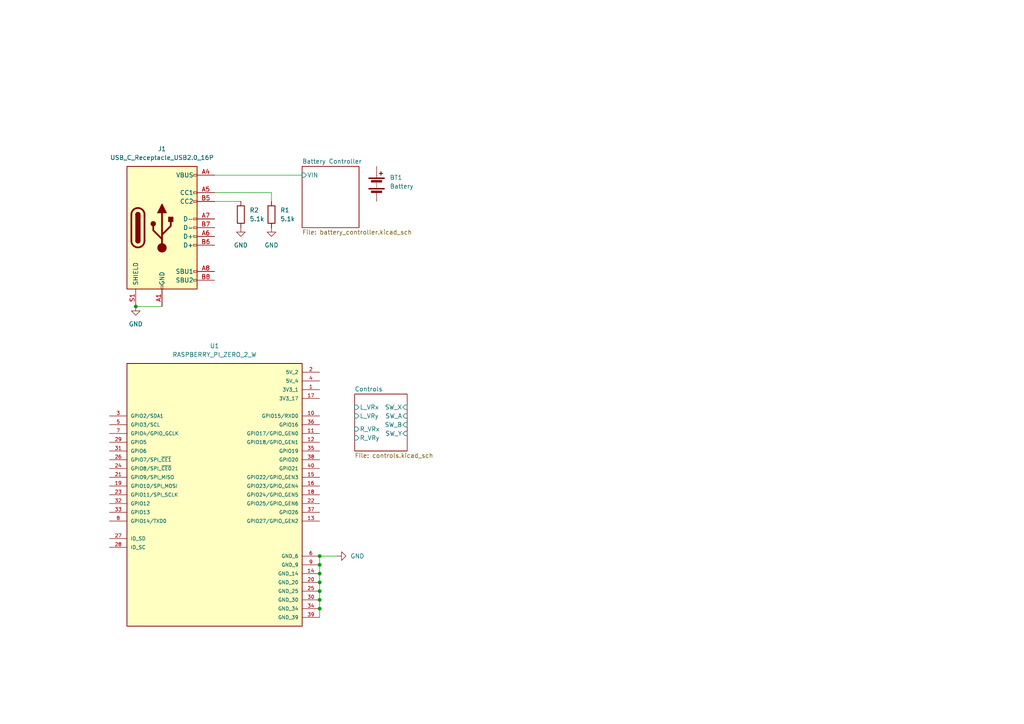
<source format=kicad_sch>
(kicad_sch (version 20231120) (generator "eeschema") (generator_version "8.0")
  (paper "A4")
  (lib_symbols
    (symbol "Connector:USB_C_Receptacle_USB2.0_16P" (pin_names (offset 1.016))
      (property "Reference" "J" (at 0 22.225 0))
      (property "Value" "USB_C_Receptacle_USB2.0_16P" (at 0 19.685 0))
      (symbol "USB_C_Receptacle_USB2.0_16P_0_0"
        (rectangle (start -0.254 -17.78) (end 0.254 -16.764))
        (rectangle (start 10.16 -14.986) (end 9.144 -15.494))
        (rectangle (start 10.16 -12.446) (end 9.144 -12.954))
        (rectangle (start 10.16 -4.826) (end 9.144 -5.334))
        (rectangle (start 10.16 -2.286) (end 9.144 -2.794))
        (rectangle (start 10.16 0.254) (end 9.144 -0.254))
        (rectangle (start 10.16 2.794) (end 9.144 2.286))
        (rectangle (start 10.16 7.874) (end 9.144 7.366))
        (rectangle (start 10.16 10.414) (end 9.144 9.906))
        (rectangle (start 10.16 15.494) (end 9.144 14.986))
      )
      (symbol "USB_C_Receptacle_USB2.0_16P_0_1"
        (rectangle (start -10.16 17.78) (end 10.16 -17.78) (stroke (width 0.254)) (fill (type background)))
        (arc (start -8.89 -3.81) (mid -6.985 -5.7067) (end -5.08 -3.81) (stroke (width 0.508)))
        (arc (start -7.62 -3.81) (mid -6.985 -4.4423) (end -6.35 -3.81) (stroke (width 0.254)))
        (arc (start -7.62 -3.81) (mid -6.985 -4.4423) (end -6.35 -3.81) (stroke (width 0.254)) (fill (type outline)))
        (rectangle (start -7.62 -3.81) (end -6.35 3.81) (stroke (width 0.254)) (fill (type outline)))
        (arc (start -6.35 3.81) (mid -6.985 4.4423) (end -7.62 3.81) (stroke (width 0.254)))
        (arc (start -6.35 3.81) (mid -6.985 4.4423) (end -7.62 3.81) (stroke (width 0.254)) (fill (type outline)))
        (arc (start -5.08 3.81) (mid -6.985 5.7067) (end -8.89 3.81) (stroke (width 0.508)))
        (circle (center -2.54 1.143) (radius 0.635) (stroke (width 0.254)) (fill (type outline)))
        (circle (center 0 -5.842) (radius 1.27) (fill (type outline)))
        (polyline (pts (xy -8.89 -3.81) (xy -8.89 3.81)) (stroke (width 0.508)))
        (polyline (pts (xy -5.08 3.81) (xy -5.08 -3.81)) (stroke (width 0.508)))
        (polyline (pts (xy 0 -5.842) (xy 0 4.318)) (stroke (width 0.508)))
        (polyline (pts (xy 0 -3.302) (xy -2.54 -0.762) (xy -2.54 0.508)) (stroke (width 0.508)))
        (polyline (pts (xy 0 -2.032) (xy 2.54 0.508) (xy 2.54 1.778)) (stroke (width 0.508)))
        (polyline (pts (xy -1.27 4.318) (xy 0 6.858) (xy 1.27 4.318) (xy -1.27 4.318)) (stroke (width 0.254)) (fill (type outline)))
        (rectangle (start 1.905 1.778) (end 3.175 3.048) (stroke (width 0.254)) (fill (type outline)))
      )
      (symbol "USB_C_Receptacle_USB2.0_16P_1_1"
        (pin passive line (at 0 -22.86 90) (length 5.08) (name "GND") (number "A1"))
        (pin passive line (at 0 -22.86 90) (length 5.08) hide (name "GND") (number "A12"))
        (pin passive line (at 15.24 15.24 180) (length 5.08) (name "VBUS") (number "A4"))
        (pin bidirectional line (at 15.24 10.16 180) (length 5.08) (name "CC1") (number "A5"))
        (pin bidirectional line (at 15.24 -2.54 180) (length 5.08) (name "D+") (number "A6"))
        (pin bidirectional line (at 15.24 2.54 180) (length 5.08) (name "D-") (number "A7"))
        (pin bidirectional line (at 15.24 -12.7 180) (length 5.08) (name "SBU1") (number "A8"))
        (pin passive line (at 15.24 15.24 180) (length 5.08) hide (name "VBUS") (number "A9"))
        (pin passive line (at 0 -22.86 90) (length 5.08) hide (name "GND") (number "B1"))
        (pin passive line (at 0 -22.86 90) (length 5.08) hide (name "GND") (number "B12"))
        (pin passive line (at 15.24 15.24 180) (length 5.08) hide (name "VBUS") (number "B4"))
        (pin bidirectional line (at 15.24 7.62 180) (length 5.08) (name "CC2") (number "B5"))
        (pin bidirectional line (at 15.24 -5.08 180) (length 5.08) (name "D+") (number "B6"))
        (pin bidirectional line (at 15.24 0 180) (length 5.08) (name "D-") (number "B7"))
        (pin bidirectional line (at 15.24 -15.24 180) (length 5.08) (name "SBU2") (number "B8"))
        (pin passive line (at 15.24 15.24 180) (length 5.08) hide (name "VBUS") (number "B9"))
        (pin passive line (at -7.62 -22.86 90) (length 5.08) (name "SHIELD") (number "S1"))
      )
    )
    (symbol "Device:Battery" (pin_numbers hide) (pin_names (offset 0) hide)
      (property "Reference" "BT" (at 2.54 2.54 0))
      (property "Value" "Battery" (at 2.54 0 0))
      (symbol "Battery_0_1"
        (rectangle (start -2.286 -1.27) (end 2.286 -1.524) (fill (type outline)))
        (rectangle (start -2.286 1.778) (end 2.286 1.524) (fill (type outline)))
        (rectangle (start -1.524 -2.032) (end 1.524 -2.54) (fill (type outline)))
        (rectangle (start -1.524 1.016) (end 1.524 0.508) (fill (type outline)))
        (polyline (pts (xy 0 -1.016) (xy 0 -0.762)))
        (polyline (pts (xy 0 -0.508) (xy 0 -0.254)))
        (polyline (pts (xy 0 0) (xy 0 0.254)))
        (polyline (pts (xy 0 1.778) (xy 0 2.54)))
        (polyline (pts (xy 0.762 3.048) (xy 1.778 3.048)) (stroke (width 0.254)))
        (polyline (pts (xy 1.27 3.556) (xy 1.27 2.54)) (stroke (width 0.254)))
      )
      (symbol "Battery_1_1"
        (pin passive line (at 0 5.08 270) (length 2.54) (name "+") (number "1"))
        (pin passive line (at 0 -5.08 90) (length 2.54) (name "-") (number "2"))
      )
    )
    (symbol "Device:R" (pin_numbers hide) (pin_names (offset 0))
      (property "Reference" "R" (at 2.032 0 90))
      (property "Value" "R" (at 0 0 90))
      (symbol "R_0_1"
        (rectangle (start -1.016 -2.54) (end 1.016 2.54) (stroke (width 0.254)))
      )
      (symbol "R_1_1"
        (pin passive line (at 0 3.81 270) (length 1.27) (name "~") (number "1"))
        (pin passive line (at 0 -3.81 90) (length 1.27) (name "~") (number "2"))
      )
    )
    (symbol "RASPBERRY_PI_ZERO_2_W:RASPBERRY_PI_ZERO_2_W" (pin_names (offset 1.016))
      (property "Reference" "U" (at -25.42 39.3962 0))
      (property "Value" "RASPBERRY_PI_ZERO_2_W" (at -25.4191 -40.6687 0))
      (symbol "RASPBERRY_PI_ZERO_2_W_0_0"
        (rectangle (start -25.4 -38.1) (end 25.4 38.1) (stroke (width 0.254)) (fill (type background)))
        (pin power_in line (at 30.48 30.48 180) (length 5.08) (name "3V3_1") (number "1"))
        (pin bidirectional line (at 30.48 22.86 180) (length 5.08) (name "GPIO15/RXD0") (number "10"))
        (pin bidirectional line (at 30.48 17.78 180) (length 5.08) (name "GPIO17/GPIO_GEN0") (number "11"))
        (pin bidirectional line (at 30.48 15.24 180) (length 5.08) (name "GPIO18/GPIO_GEN1") (number "12"))
        (pin bidirectional line (at 30.48 -7.62 180) (length 5.08) (name "GPIO27/GPIO_GEN2") (number "13"))
        (pin power_in line (at 30.48 -22.86 180) (length 5.08) (name "GND_14") (number "14"))
        (pin bidirectional line (at 30.48 5.08 180) (length 5.08) (name "GPIO22/GPIO_GEN3") (number "15"))
        (pin bidirectional line (at 30.48 2.54 180) (length 5.08) (name "GPIO23/GPIO_GEN4") (number "16"))
        (pin power_in line (at 30.48 27.94 180) (length 5.08) (name "3V3_17") (number "17"))
        (pin bidirectional line (at 30.48 0 180) (length 5.08) (name "GPIO24/GPIO_GEN5") (number "18"))
        (pin bidirectional line (at -30.48 2.54 0) (length 5.08) (name "GPIO10/SPI_MOSI") (number "19"))
        (pin power_in line (at 30.48 35.56 180) (length 5.08) (name "5V_2") (number "2"))
        (pin power_in line (at 30.48 -25.4 180) (length 5.08) (name "GND_20") (number "20"))
        (pin bidirectional line (at -30.48 5.08 0) (length 5.08) (name "GPIO9/SPI_MISO") (number "21"))
        (pin bidirectional line (at 30.48 -2.54 180) (length 5.08) (name "GPIO25/GPIO_GEN6") (number "22"))
        (pin bidirectional line (at -30.48 0 0) (length 5.08) (name "GPIO11/SPI_SCLK") (number "23"))
        (pin bidirectional line (at -30.48 7.62 0) (length 5.08) (name "GPIO8/SPI_~{CE0}") (number "24"))
        (pin power_in line (at 30.48 -27.94 180) (length 5.08) (name "GND_25") (number "25"))
        (pin bidirectional line (at -30.48 10.16 0) (length 5.08) (name "GPIO7/SPI_~{CE1}") (number "26"))
        (pin bidirectional line (at -30.48 -12.7 0) (length 5.08) (name "ID_SD") (number "27"))
        (pin bidirectional line (at -30.48 -15.24 0) (length 5.08) (name "ID_SC") (number "28"))
        (pin bidirectional line (at -30.48 15.24 0) (length 5.08) (name "GPIO5") (number "29"))
        (pin bidirectional line (at -30.48 22.86 0) (length 5.08) (name "GPIO2/SDA1") (number "3"))
        (pin power_in line (at 30.48 -30.48 180) (length 5.08) (name "GND_30") (number "30"))
        (pin bidirectional line (at -30.48 12.7 0) (length 5.08) (name "GPIO6") (number "31"))
        (pin bidirectional line (at -30.48 -2.54 0) (length 5.08) (name "GPIO12") (number "32"))
        (pin bidirectional line (at -30.48 -5.08 0) (length 5.08) (name "GPIO13") (number "33"))
        (pin power_in line (at 30.48 -33.02 180) (length 5.08) (name "GND_34") (number "34"))
        (pin bidirectional line (at 30.48 12.7 180) (length 5.08) (name "GPIO19") (number "35"))
        (pin bidirectional line (at 30.48 20.32 180) (length 5.08) (name "GPIO16") (number "36"))
        (pin bidirectional line (at 30.48 -5.08 180) (length 5.08) (name "GPIO26") (number "37"))
        (pin bidirectional line (at 30.48 10.16 180) (length 5.08) (name "GPIO20") (number "38"))
        (pin power_in line (at 30.48 -35.56 180) (length 5.08) (name "GND_39") (number "39"))
        (pin power_in line (at 30.48 33.02 180) (length 5.08) (name "5V_4") (number "4"))
        (pin bidirectional line (at 30.48 7.62 180) (length 5.08) (name "GPIO21") (number "40"))
        (pin bidirectional line (at -30.48 20.32 0) (length 5.08) (name "GPIO3/SCL") (number "5"))
        (pin power_in line (at 30.48 -17.78 180) (length 5.08) (name "GND_6") (number "6"))
        (pin bidirectional line (at -30.48 17.78 0) (length 5.08) (name "GPIO4/GPIO_GCLK") (number "7"))
        (pin bidirectional line (at -30.48 -7.62 0) (length 5.08) (name "GPIO14/TXD0") (number "8"))
        (pin power_in line (at 30.48 -20.32 180) (length 5.08) (name "GND_9") (number "9"))
      )
    )
    (symbol "power:GND" (power) (pin_numbers hide) (pin_names (offset 0) hide)
      (property "Value" "GND" (at 0 -3.81 0))
      (symbol "GND_0_1"
        (polyline (pts (xy 0 0) (xy 0 -1.27) (xy 1.27 -1.27) (xy 0 -2.54) (xy -1.27 -1.27) (xy 0 -1.27)))
      )
      (symbol "GND_1_1"
        (pin power_in line (at 0 0 270) (length 0) (name "~") (number "1"))
      )
    )
  )
  (junction (at 92.71 166.37))
  (junction (at 92.71 171.45))
  (junction (at 39.37 88.9))
  (junction (at 92.71 168.91))
  (junction (at 92.71 176.53))
  (junction (at 92.71 173.99))
  (junction (at 92.71 161.29))
  (junction (at 92.71 163.83))
  (wire (pts (xy 62.23 58.42) (xy 69.85 58.42)))
  (wire (pts (xy 92.71 166.37) (xy 92.71 168.91)))
  (wire (pts (xy 39.37 88.9) (xy 46.99 88.9)))
  (wire (pts (xy 92.71 171.45) (xy 92.71 173.99)))
  (wire (pts (xy 92.71 173.99) (xy 92.71 176.53)))
  (wire (pts (xy 92.71 163.83) (xy 92.71 166.37)))
  (wire (pts (xy 92.71 161.29) (xy 92.71 163.83)))
  (wire (pts (xy 62.23 55.88) (xy 78.74 55.88)))
  (wire (pts (xy 78.74 55.88) (xy 78.74 58.42)))
  (wire (pts (xy 62.23 50.8) (xy 87.63 50.8)))
  (wire (pts (xy 92.71 168.91) (xy 92.71 171.45)))
  (wire (pts (xy 92.71 176.53) (xy 92.71 179.07)))
  (wire (pts (xy 92.71 161.29) (xy 97.79 161.29)))
  (symbol (lib_id "power:GND") (at 69.85 66.04 0) (unit 1)
    (property "Reference" "#PWR02" (effects (hide yes)))
    (property "Value" "GND" (at 69.85 71.12 0))
    (property "Description" "Power symbol creates a global label with name \"GND\" , ground" (effects (hide yes)))
  )
  (symbol (lib_id "power:GND") (at 39.37 88.9 0) (unit 1)
    (property "Reference" "#PWR03" (effects (hide yes)))
    (property "Value" "GND" (at 39.37 93.98 0))
    (property "Description" "Power symbol creates a global label with name \"GND\" , ground" (effects (hide yes)))
  )
  (symbol (lib_id "power:GND") (at 97.79 161.29 90) (unit 1)
    (property "Reference" "#PWR01" (effects (hide yes)))
    (property "Value" "GND" (at 101.6 161.2899 90) (effects (justify right)))
    (property "Description" "Power symbol creates a global label with name \"GND\" , ground" (effects (hide yes)))
  )
  (symbol (lib_id "Device:R") (at 69.85 62.23 0) (unit 1)
    (property "Reference" "R2" (at 72.39 60.9599 0) (effects (justify left)))
    (property "Value" "5.1k" (at 72.39 63.4999 0) (effects (justify left)))
    (property "Description" "Resistor" (effects (hide yes)))
  )
  (symbol (lib_id "Device:Battery") (at 109.22 53.34 0) (unit 1)
    (property "Reference" "BT1" (at 113.03 51.4984 0) (effects (justify left)))
    (property "Value" "Battery" (at 113.03 54.0384 0) (effects (justify left)))
    (property "Description" "Multiple-cell battery" (effects (hide yes)))
  )
  (symbol (lib_id "RASPBERRY_PI_ZERO_2_W:RASPBERRY_PI_ZERO_2_W") (at 62.23 143.51 0) (unit 1)
    (property "Reference" "U1" (at 62.23 100.33 0))
    (property "Value" "RASPBERRY_PI_ZERO_2_W" (at 62.23 102.87 0))
    (property "Footprint" "RASPBERRY_PI_ZERO_2_W:MODULE_RASPBERRY_PI_ZERO_2_W" (effects (hide yes)))
    (property "MF" "Raspberry Pi" (effects (hide yes)))
    (property "Description_1" "\n                        \n                            At the heart of Raspberry Pi Zero 2 W is RP3A0, a custom-built system-in-package designed by Raspberry Pi in the UK.\n                        \n" (effects (hide yes)))
    (property "Package" "None" (effects (hide yes)))
    (property "Price" "None" (effects (hide yes)))
    (property "Check_prices" "https://www.snapeda.com/parts/RASPBERRY%20PI%20ZERO%202%20W/Raspberry+Pi/view-part/?ref=eda" (effects (hide yes)))
    (property "STANDARD" "Manufacturer Recommendations" (effects (hide yes)))
    (property "PARTREV" "April 2024" (effects (hide yes)))
    (property "SnapEDA_Link" "https://www.snapeda.com/parts/RASPBERRY%20PI%20ZERO%202%20W/Raspberry+Pi/view-part/?ref=snap" (effects (hide yes)))
    (property "MP" "RASPBERRY PI ZERO 2 W" (effects (hide yes)))
    (property "Availability" "In Stock" (effects (hide yes)))
    (property "MANUFACTURER" "Raspberry Pi" (effects (hide yes)))
  )
  (symbol (lib_id "Device:R") (at 78.74 62.23 180) (unit 1)
    (property "Reference" "R1" (at 81.28 60.9599 0) (effects (justify right)))
    (property "Value" "5.1k" (at 81.28 63.4999 0) (effects (justify right)))
    (property "Description" "Resistor" (effects (hide yes)))
  )
  (symbol (lib_id "power:GND") (at 78.74 66.04 0) (unit 1)
    (property "Reference" "#PWR04" (effects (hide yes)))
    (property "Value" "GND" (at 78.74 71.12 0))
    (property "Description" "Power symbol creates a global label with name \"GND\" , ground" (effects (hide yes)))
  )
  (symbol (lib_id "Connector:USB_C_Receptacle_USB2.0_16P") (at 46.99 66.04 0) (unit 1)
    (property "Reference" "J1" (at 46.99 43.18 0))
    (property "Value" "USB_C_Receptacle_USB2.0_16P" (at 46.99 45.72 0))
    (property "Datasheet" "https://www.usb.org/sites/default/files/documents/usb_type-c.zip" (effects (hide yes)))
    (property "Description" "USB 2.0-only 16P Type-C Receptacle connector" (effects (hide yes)))
  )
  (sheet (at 102.87 114.3) (size 15.24 16.51) (stroke (width 0.1524))
    (property "Sheetname" "Controls" (at 102.87 113.5884 0) (effects (justify left bottom)))
    (property "Sheetfile" "controls.kicad_sch" (at 102.87 131.3946 0) (effects (justify left top)))
    (pin "L_VRx" input (at 102.87 118.11 180))
    (pin "L_VRy" input (at 102.87 120.65 180))
    (pin "R_VRx" input (at 102.87 124.46 180))
    (pin "R_VRy" input (at 102.87 127 180))
    (pin "SW_X" input (at 118.11 118.11 0))
    (pin "SW_A" input (at 118.11 120.65 0))
    (pin "SW_B" input (at 118.11 123.19 0))
    (pin "SW_Y" input (at 118.11 125.73 0))
  )
  (sheet (at 87.63 48.26) (size 16.51 17.78) (stroke (width 0.1524))
    (property "Sheetname" "Battery Controller" (at 87.63 47.5484 0) (effects (justify left bottom)))
    (property "Sheetfile" "battery_controller.kicad_sch" (at 87.63 66.6246 0) (effects (justify left top)))
    (pin "VIN" input (at 87.63 50.8 180))
  )
)
</source>
